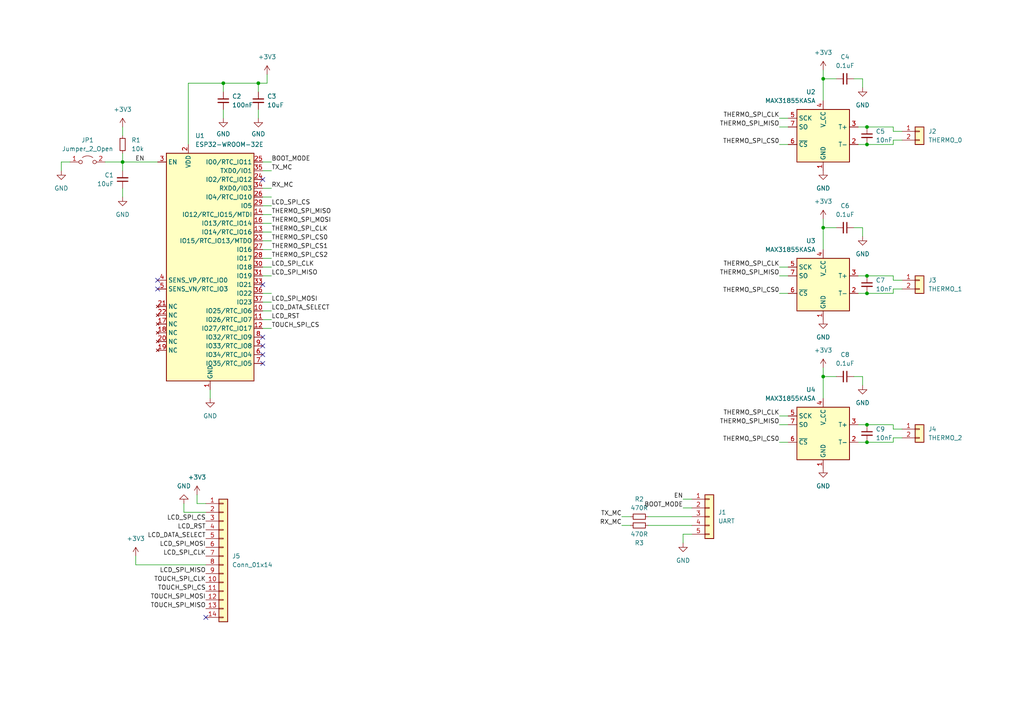
<source format=kicad_sch>
(kicad_sch (version 20230121) (generator eeschema)
  (paper "A4")
  (lib_symbols
    (symbol "+3V3_1" (power) (pin_names (offset 0))
      (property "Value" "+3V3_1" (at 0 3.556 0))
      (symbol "+3V3_1_0_1"
        (polyline (pts (xy -0.762 1.27) (xy 0 2.54)))
        (polyline (pts (xy 0 0) (xy 0 2.54)))
        (polyline (pts (xy 0 2.54) (xy 0.762 1.27)))
      )
      (symbol "+3V3_1_1_1"
        (pin power_in line (at 0 0 90) (length 0) hide (name "+3V3") (number "1"))
      )
    )
    (symbol "+3V3_2" (power) (pin_names (offset 0))
      (property "Value" "+3V3_2" (at 0 3.556 0))
      (symbol "+3V3_2_0_1"
        (polyline (pts (xy -0.762 1.27) (xy 0 2.54)))
        (polyline (pts (xy 0 0) (xy 0 2.54)))
        (polyline (pts (xy 0 2.54) (xy 0.762 1.27)))
      )
      (symbol "+3V3_2_1_1"
        (pin power_in line (at 0 0 90) (length 0) hide (name "+3V3") (number "1"))
      )
    )
    (symbol "+3V3_3" (power) (pin_names (offset 0))
      (property "Value" "+3V3_3" (at 0 3.556 0))
      (symbol "+3V3_3_0_1"
        (polyline (pts (xy -0.762 1.27) (xy 0 2.54)))
        (polyline (pts (xy 0 0) (xy 0 2.54)))
        (polyline (pts (xy 0 2.54) (xy 0.762 1.27)))
      )
      (symbol "+3V3_3_1_1"
        (pin power_in line (at 0 0 90) (length 0) hide (name "+3V3") (number "1"))
      )
    )
    (symbol "Connector_Generic:Conn_01x02" (pin_names (offset 1.016) hide)
      (property "Reference" "J" (at 0 2.54 0))
      (property "Value" "Conn_01x02" (at 0 -5.08 0))
      (symbol "Conn_01x02_1_1"
        (rectangle (start -1.27 -2.413) (end 0 -2.667) (stroke (width 0.1524)))
        (rectangle (start -1.27 0.127) (end 0 -0.127) (stroke (width 0.1524)))
        (rectangle (start -1.27 1.27) (end 1.27 -3.81) (stroke (width 0.254)) (fill (type background)))
        (pin passive line (at -5.08 0 0) (length 3.81) (name "Pin_1") (number "1"))
        (pin passive line (at -5.08 -2.54 0) (length 3.81) (name "Pin_2") (number "2"))
      )
    )
    (symbol "Connector_Generic:Conn_01x05" (pin_names (offset 1.016) hide)
      (property "Reference" "J" (at 0 7.62 0))
      (property "Value" "Conn_01x05" (at 0 -7.62 0))
      (symbol "Conn_01x05_1_1"
        (rectangle (start -1.27 -4.953) (end 0 -5.207) (stroke (width 0.1524)))
        (rectangle (start -1.27 -2.413) (end 0 -2.667) (stroke (width 0.1524)))
        (rectangle (start -1.27 0.127) (end 0 -0.127) (stroke (width 0.1524)))
        (rectangle (start -1.27 2.667) (end 0 2.413) (stroke (width 0.1524)))
        (rectangle (start -1.27 5.207) (end 0 4.953) (stroke (width 0.1524)))
        (rectangle (start -1.27 6.35) (end 1.27 -6.35) (stroke (width 0.254)) (fill (type background)))
        (pin passive line (at -5.08 5.08 0) (length 3.81) (name "Pin_1") (number "1"))
        (pin passive line (at -5.08 2.54 0) (length 3.81) (name "Pin_2") (number "2"))
        (pin passive line (at -5.08 0 0) (length 3.81) (name "Pin_3") (number "3"))
        (pin passive line (at -5.08 -2.54 0) (length 3.81) (name "Pin_4") (number "4"))
        (pin passive line (at -5.08 -5.08 0) (length 3.81) (name "Pin_5") (number "5"))
      )
    )
    (symbol "Connector_Generic:Conn_01x14" (pin_names (offset 1.016) hide)
      (property "Reference" "J" (at 0 17.78 0))
      (property "Value" "Conn_01x14" (at 0 -20.32 0))
      (symbol "Conn_01x14_1_1"
        (rectangle (start -1.27 -17.653) (end 0 -17.907) (stroke (width 0.1524)))
        (rectangle (start -1.27 -15.113) (end 0 -15.367) (stroke (width 0.1524)))
        (rectangle (start -1.27 -12.573) (end 0 -12.827) (stroke (width 0.1524)))
        (rectangle (start -1.27 -10.033) (end 0 -10.287) (stroke (width 0.1524)))
        (rectangle (start -1.27 -7.493) (end 0 -7.747) (stroke (width 0.1524)))
        (rectangle (start -1.27 -4.953) (end 0 -5.207) (stroke (width 0.1524)))
        (rectangle (start -1.27 -2.413) (end 0 -2.667) (stroke (width 0.1524)))
        (rectangle (start -1.27 0.127) (end 0 -0.127) (stroke (width 0.1524)))
        (rectangle (start -1.27 2.667) (end 0 2.413) (stroke (width 0.1524)))
        (rectangle (start -1.27 5.207) (end 0 4.953) (stroke (width 0.1524)))
        (rectangle (start -1.27 7.747) (end 0 7.493) (stroke (width 0.1524)))
        (rectangle (start -1.27 10.287) (end 0 10.033) (stroke (width 0.1524)))
        (rectangle (start -1.27 12.827) (end 0 12.573) (stroke (width 0.1524)))
        (rectangle (start -1.27 15.367) (end 0 15.113) (stroke (width 0.1524)))
        (rectangle (start -1.27 16.51) (end 1.27 -19.05) (stroke (width 0.254)) (fill (type background)))
        (pin passive line (at -5.08 15.24 0) (length 3.81) (name "Pin_1") (number "1"))
        (pin passive line (at -5.08 -7.62 0) (length 3.81) (name "Pin_10") (number "10"))
        (pin passive line (at -5.08 -10.16 0) (length 3.81) (name "Pin_11") (number "11"))
        (pin passive line (at -5.08 -12.7 0) (length 3.81) (name "Pin_12") (number "12"))
        (pin passive line (at -5.08 -15.24 0) (length 3.81) (name "Pin_13") (number "13"))
        (pin passive line (at -5.08 -17.78 0) (length 3.81) (name "Pin_14") (number "14"))
        (pin passive line (at -5.08 12.7 0) (length 3.81) (name "Pin_2") (number "2"))
        (pin passive line (at -5.08 10.16 0) (length 3.81) (name "Pin_3") (number "3"))
        (pin passive line (at -5.08 7.62 0) (length 3.81) (name "Pin_4") (number "4"))
        (pin passive line (at -5.08 5.08 0) (length 3.81) (name "Pin_5") (number "5"))
        (pin passive line (at -5.08 2.54 0) (length 3.81) (name "Pin_6") (number "6"))
        (pin passive line (at -5.08 0 0) (length 3.81) (name "Pin_7") (number "7"))
        (pin passive line (at -5.08 -2.54 0) (length 3.81) (name "Pin_8") (number "8"))
        (pin passive line (at -5.08 -5.08 0) (length 3.81) (name "Pin_9") (number "9"))
      )
    )
    (symbol "Device:C_Small" (pin_numbers hide) (pin_names (offset 0.254) hide)
      (property "Reference" "C" (at 0.254 1.778 0))
      (property "Value" "C_Small" (at 0.254 -2.032 0))
      (symbol "C_Small_0_1"
        (polyline (pts (xy -1.524 -0.508) (xy 1.524 -0.508)) (stroke (width 0.3302)))
        (polyline (pts (xy -1.524 0.508) (xy 1.524 0.508)) (stroke (width 0.3048)))
      )
      (symbol "C_Small_1_1"
        (pin passive line (at 0 2.54 270) (length 2.032) (name "~") (number "1"))
        (pin passive line (at 0 -2.54 90) (length 2.032) (name "~") (number "2"))
      )
    )
    (symbol "Device:R_Small" (pin_numbers hide) (pin_names (offset 0.254) hide)
      (property "Reference" "R" (at 0.762 0.508 0))
      (property "Value" "R_Small" (at 0.762 -1.016 0))
      (symbol "R_Small_0_1"
        (rectangle (start -0.762 1.778) (end 0.762 -1.778) (stroke (width 0.2032)))
      )
      (symbol "R_Small_1_1"
        (pin passive line (at 0 2.54 270) (length 0.762) (name "~") (number "1"))
        (pin passive line (at 0 -2.54 90) (length 0.762) (name "~") (number "2"))
      )
    )
    (symbol "GND_1" (power) (pin_names (offset 0))
      (property "Value" "GND_1" (at 0 -3.81 0))
      (symbol "GND_1_0_1"
        (polyline (pts (xy 0 0) (xy 0 -1.27) (xy 1.27 -1.27) (xy 0 -2.54) (xy -1.27 -1.27) (xy 0 -1.27)))
      )
      (symbol "GND_1_1_1"
        (pin power_in line (at 0 0 270) (length 0) hide (name "GND") (number "1"))
      )
    )
    (symbol "GND_2" (power) (pin_names (offset 0))
      (property "Value" "GND_2" (at 0 -3.81 0))
      (symbol "GND_2_0_1"
        (polyline (pts (xy 0 0) (xy 0 -1.27) (xy 1.27 -1.27) (xy 0 -2.54) (xy -1.27 -1.27) (xy 0 -1.27)))
      )
      (symbol "GND_2_1_1"
        (pin power_in line (at 0 0 270) (length 0) hide (name "GND") (number "1"))
      )
    )
    (symbol "GND_3" (power) (pin_names (offset 0))
      (property "Value" "GND_3" (at 0 -3.81 0))
      (symbol "GND_3_0_1"
        (polyline (pts (xy 0 0) (xy 0 -1.27) (xy 1.27 -1.27) (xy 0 -2.54) (xy -1.27 -1.27) (xy 0 -1.27)))
      )
      (symbol "GND_3_1_1"
        (pin power_in line (at 0 0 270) (length 0) hide (name "GND") (number "1"))
      )
    )
    (symbol "Jumper:Jumper_2_Open" (pin_names (offset 0) hide)
      (property "Reference" "JP" (at 0 2.794 0))
      (property "Value" "Jumper_2_Open" (at 0 -2.286 0))
      (symbol "Jumper_2_Open_0_0"
        (circle (center -2.032 0) (radius 0.508))
        (circle (center 2.032 0) (radius 0.508))
      )
      (symbol "Jumper_2_Open_0_1"
        (arc (start 1.524 1.27) (mid 0 1.778) (end -1.524 1.27))
      )
      (symbol "Jumper_2_Open_1_1"
        (pin passive line (at -5.08 0 0) (length 2.54) (name "A") (number "1"))
        (pin passive line (at 5.08 0 180) (length 2.54) (name "B") (number "2"))
      )
    )
    (symbol "Sensor_Temperature:MAX31855KASA"
      (property "Reference" "U" (at -7.62 8.89 0))
      (property "Value" "MAX31855KASA" (at 1.27 8.89 0))
      (symbol "MAX31855KASA_0_1"
        (rectangle (start -7.62 7.62) (end 7.62 -7.62) (stroke (width 0.254)) (fill (type background)))
      )
      (symbol "MAX31855KASA_1_1"
        (pin power_in line (at 0 -10.16 90) (length 2.54) (name "GND") (number "1"))
        (pin passive line (at -10.16 -2.54 0) (length 2.54) (name "T-") (number "2"))
        (pin passive line (at -10.16 2.54 0) (length 2.54) (name "T+") (number "3"))
        (pin power_in line (at 0 10.16 270) (length 2.54) (name "V_CC") (number "4"))
        (pin input line (at 10.16 5.08 180) (length 2.54) (name "SCK") (number "5"))
        (pin input line (at 10.16 -2.54 180) (length 2.54) (name "~{CS}") (number "6"))
        (pin tri_state line (at 10.16 2.54 180) (length 2.54) (name "SO") (number "7"))
      )
    )
    (symbol "custom:ESP32-WROOM-32E"
      (property "Reference" "U" (at -12.7 34.29 0))
      (property "Value" "ESP32-WROOM-32E" (at 1.27 34.29 0))
      (symbol "ESP32-WROOM-32E_0_1"
        (rectangle (start -12.7 33.02) (end 12.7 -33.02) (stroke (width 0.254)) (fill (type background)))
      )
      (symbol "ESP32-WROOM-32E_1_1"
        (pin power_in line (at 0 -35.56 90) (length 2.54) (name "GND") (number "1"))
        (pin bidirectional line (at 15.24 -12.7 180) (length 2.54) (name "IO25/RTC_IO6") (number "10"))
        (pin bidirectional line (at 15.24 -15.24 180) (length 2.54) (name "IO26/RTC_IO7") (number "11"))
        (pin bidirectional line (at 15.24 -17.78 180) (length 2.54) (name "IO27/RTC_IO17") (number "12"))
        (pin bidirectional line (at 15.24 10.16 180) (length 2.54) (name "IO14/RTC_IO16") (number "13"))
        (pin bidirectional line (at 15.24 15.24 180) (length 2.54) (name "IO12/RTC_IO15/MTDI") (number "14"))
        (pin passive line (at 0 -35.56 90) (length 2.54) hide (name "GND") (number "15"))
        (pin bidirectional line (at 15.24 12.7 180) (length 2.54) (name "IO13/RTC_IO14") (number "16"))
        (pin no_connect line (at -15.24 -16.51 0) (length 2.54) (name "NC") (number "17"))
        (pin no_connect line (at -15.24 -19.05 0) (length 2.54) (name "NC") (number "18"))
        (pin no_connect line (at -15.24 -24.13 0) (length 2.54) (name "NC") (number "19"))
        (pin power_in line (at -6.35 35.56 270) (length 2.54) (name "VDD") (number "2"))
        (pin no_connect line (at -15.24 -21.59 0) (length 2.54) (name "NC") (number "20"))
        (pin no_connect line (at -15.24 -11.43 0) (length 2.54) (name "NC") (number "21"))
        (pin no_connect line (at -15.24 -13.97 0) (length 2.54) (name "NC") (number "22"))
        (pin bidirectional line (at 15.24 7.62 180) (length 2.54) (name "IO15/RTC_IO13/MTDO") (number "23"))
        (pin bidirectional line (at 15.24 25.4 180) (length 2.54) (name "IO2/RTC_IO12") (number "24"))
        (pin bidirectional line (at 15.24 30.48 180) (length 2.54) (name "IO0/RTC_IO11") (number "25"))
        (pin bidirectional line (at 15.24 20.32 180) (length 2.54) (name "IO4/RTC_IO10") (number "26"))
        (pin bidirectional line (at 15.24 5.08 180) (length 2.54) (name "IO16") (number "27"))
        (pin bidirectional line (at 15.24 2.54 180) (length 2.54) (name "IO17") (number "28"))
        (pin bidirectional line (at 15.24 17.78 180) (length 2.54) (name "IO5") (number "29"))
        (pin input line (at -15.24 30.48 0) (length 2.54) (name "EN") (number "3"))
        (pin bidirectional line (at 15.24 0 180) (length 2.54) (name "IO18") (number "30"))
        (pin bidirectional line (at 15.24 -2.54 180) (length 2.54) (name "IO19") (number "31"))
        (pin no_connect line (at -12.7 -27.94 0) (length 2.54) hide (name "NC") (number "32"))
        (pin bidirectional line (at 15.24 -5.08 180) (length 2.54) (name "IO21") (number "33"))
        (pin bidirectional line (at 15.24 22.86 180) (length 2.54) (name "RXD0/IO3") (number "34"))
        (pin bidirectional line (at 15.24 27.94 180) (length 2.54) (name "TXD0/IO1") (number "35"))
        (pin bidirectional line (at 15.24 -7.62 180) (length 2.54) (name "IO22") (number "36"))
        (pin bidirectional line (at 15.24 -10.16 180) (length 2.54) (name "IO23") (number "37"))
        (pin passive line (at 0 -35.56 90) (length 2.54) hide (name "GND") (number "38"))
        (pin passive line (at 0 -35.56 90) (length 2.54) hide (name "GND") (number "39"))
        (pin input line (at -15.24 -3.81 0) (length 2.54) (name "SENS_VP/RTC_IO0") (number "4"))
        (pin input line (at -15.24 -6.35 0) (length 2.54) (name "SENS_VN/RTC_IO3") (number "5"))
        (pin input line (at 15.24 -25.4 180) (length 2.54) (name "IO34/RTC_IO4") (number "6"))
        (pin input line (at 15.24 -27.94 180) (length 2.54) (name "IO35/RTC_IO5") (number "7"))
        (pin bidirectional line (at 15.24 -20.32 180) (length 2.54) (name "IO32/RTC_IO9") (number "8"))
        (pin bidirectional line (at 15.24 -22.86 180) (length 2.54) (name "IO33/RTC_IO8") (number "9"))
      )
    )
    (symbol "power:+3V3" (power) (pin_names (offset 0))
      (property "Value" "+3V3" (at 0 3.556 0))
      (symbol "+3V3_0_1"
        (polyline (pts (xy -0.762 1.27) (xy 0 2.54)))
        (polyline (pts (xy 0 0) (xy 0 2.54)))
        (polyline (pts (xy 0 2.54) (xy 0.762 1.27)))
      )
      (symbol "+3V3_1_1"
        (pin power_in line (at 0 0 90) (length 0) hide (name "+3V3") (number "1"))
      )
    )
    (symbol "power:GND" (power) (pin_names (offset 0))
      (property "Value" "GND" (at 0 -3.81 0))
      (symbol "GND_0_1"
        (polyline (pts (xy 0 0) (xy 0 -1.27) (xy 1.27 -1.27) (xy 0 -2.54) (xy -1.27 -1.27) (xy 0 -1.27)))
      )
      (symbol "GND_1_1"
        (pin power_in line (at 0 0 270) (length 0) hide (name "GND") (number "1"))
      )
    )
  )
  (junction (at 251.46 85.09))
  (junction (at 251.46 36.83))
  (junction (at 35.56 46.99))
  (junction (at 251.46 41.91))
  (junction (at 238.76 66.04))
  (junction (at 251.46 128.27))
  (junction (at 251.46 80.01))
  (junction (at 74.93 24.13))
  (junction (at 238.76 22.86))
  (junction (at 238.76 109.22))
  (junction (at 64.77 24.13))
  (junction (at 251.46 123.19))
  (no_connect (at 45.72 83.82))
  (no_connect (at 76.2 97.79))
  (no_connect (at 76.2 52.07))
  (no_connect (at 76.2 102.87))
  (no_connect (at 76.2 105.41))
  (no_connect (at 45.72 81.28))
  (no_connect (at 59.69 179.07))
  (no_connect (at 76.2 100.33))
  (no_connect (at 76.2 82.55))
  (wire (pts (xy 57.15 146.05) (xy 57.15 143.51)))
  (wire (pts (xy 39.37 161.29) (xy 39.37 163.83)))
  (wire (pts (xy 76.2 95.25) (xy 78.74 95.25)))
  (wire (pts (xy 238.76 72.39) (xy 238.76 66.04)))
  (wire (pts (xy 180.34 149.86) (xy 182.88 149.86)))
  (wire (pts (xy 76.2 92.71) (xy 78.74 92.71)))
  (wire (pts (xy 250.19 109.22) (xy 247.65 109.22)))
  (wire (pts (xy 76.2 46.99) (xy 78.74 46.99)))
  (wire (pts (xy 76.2 64.77) (xy 78.74 64.77)))
  (wire (pts (xy 35.56 46.99) (xy 35.56 49.53)))
  (wire (pts (xy 248.92 80.01) (xy 251.46 80.01)))
  (wire (pts (xy 54.61 41.91) (xy 54.61 24.13)))
  (wire (pts (xy 35.56 36.83) (xy 35.56 39.37)))
  (wire (pts (xy 20.32 46.99) (xy 17.78 46.99)))
  (wire (pts (xy 198.12 144.78) (xy 200.66 144.78)))
  (wire (pts (xy 261.62 127) (xy 259.08 127)))
  (wire (pts (xy 238.76 115.57) (xy 238.76 109.22)))
  (wire (pts (xy 187.96 149.86) (xy 200.66 149.86)))
  (wire (pts (xy 76.2 90.17) (xy 78.74 90.17)))
  (wire (pts (xy 261.62 81.28) (xy 259.08 81.28)))
  (wire (pts (xy 74.93 26.67) (xy 74.93 24.13)))
  (wire (pts (xy 250.19 22.86) (xy 247.65 22.86)))
  (wire (pts (xy 76.2 69.85) (xy 78.74 69.85)))
  (wire (pts (xy 64.77 26.67) (xy 64.77 24.13)))
  (wire (pts (xy 76.2 67.31) (xy 78.74 67.31)))
  (wire (pts (xy 59.69 148.59) (xy 53.34 148.59)))
  (wire (pts (xy 76.2 72.39) (xy 78.74 72.39)))
  (wire (pts (xy 76.2 59.69) (xy 78.74 59.69)))
  (wire (pts (xy 250.19 111.76) (xy 250.19 109.22)))
  (wire (pts (xy 261.62 124.46) (xy 259.08 124.46)))
  (wire (pts (xy 238.76 20.32) (xy 238.76 22.86)))
  (wire (pts (xy 76.2 77.47) (xy 78.74 77.47)))
  (wire (pts (xy 248.92 36.83) (xy 251.46 36.83)))
  (wire (pts (xy 248.92 85.09) (xy 251.46 85.09)))
  (wire (pts (xy 198.12 154.94) (xy 200.66 154.94)))
  (wire (pts (xy 35.56 54.61) (xy 35.56 57.15)))
  (wire (pts (xy 251.46 128.27) (xy 259.08 128.27)))
  (wire (pts (xy 76.2 49.53) (xy 78.74 49.53)))
  (wire (pts (xy 238.76 66.04) (xy 242.57 66.04)))
  (wire (pts (xy 251.46 41.91) (xy 259.08 41.91)))
  (wire (pts (xy 261.62 83.82) (xy 259.08 83.82)))
  (wire (pts (xy 226.06 123.19) (xy 228.6 123.19)))
  (wire (pts (xy 259.08 38.1) (xy 259.08 36.83)))
  (wire (pts (xy 261.62 40.64) (xy 259.08 40.64)))
  (wire (pts (xy 54.61 24.13) (xy 64.77 24.13)))
  (wire (pts (xy 77.47 21.59) (xy 77.47 24.13)))
  (wire (pts (xy 39.37 163.83) (xy 59.69 163.83)))
  (wire (pts (xy 198.12 157.48) (xy 198.12 154.94)))
  (wire (pts (xy 238.76 106.68) (xy 238.76 109.22)))
  (wire (pts (xy 226.06 128.27) (xy 228.6 128.27)))
  (wire (pts (xy 238.76 22.86) (xy 242.57 22.86)))
  (wire (pts (xy 226.06 85.09) (xy 228.6 85.09)))
  (wire (pts (xy 259.08 81.28) (xy 259.08 80.01)))
  (wire (pts (xy 261.62 38.1) (xy 259.08 38.1)))
  (wire (pts (xy 76.2 85.09) (xy 78.74 85.09)))
  (wire (pts (xy 251.46 85.09) (xy 259.08 85.09)))
  (wire (pts (xy 45.72 46.99) (xy 35.56 46.99)))
  (wire (pts (xy 226.06 120.65) (xy 228.6 120.65)))
  (wire (pts (xy 17.78 46.99) (xy 17.78 49.53)))
  (wire (pts (xy 76.2 54.61) (xy 78.74 54.61)))
  (wire (pts (xy 74.93 24.13) (xy 77.47 24.13)))
  (wire (pts (xy 226.06 41.91) (xy 228.6 41.91)))
  (wire (pts (xy 226.06 36.83) (xy 228.6 36.83)))
  (wire (pts (xy 259.08 40.64) (xy 259.08 41.91)))
  (wire (pts (xy 259.08 83.82) (xy 259.08 85.09)))
  (wire (pts (xy 248.92 123.19) (xy 251.46 123.19)))
  (wire (pts (xy 76.2 57.15) (xy 78.74 57.15)))
  (wire (pts (xy 74.93 31.75) (xy 74.93 34.29)))
  (wire (pts (xy 76.2 62.23) (xy 78.74 62.23)))
  (wire (pts (xy 259.08 127) (xy 259.08 128.27)))
  (wire (pts (xy 226.06 80.01) (xy 228.6 80.01)))
  (wire (pts (xy 35.56 46.99) (xy 35.56 44.45)))
  (wire (pts (xy 250.19 66.04) (xy 247.65 66.04)))
  (wire (pts (xy 250.19 68.58) (xy 250.19 66.04)))
  (wire (pts (xy 198.12 147.32) (xy 200.66 147.32)))
  (wire (pts (xy 187.96 152.4) (xy 200.66 152.4)))
  (wire (pts (xy 60.96 113.03) (xy 60.96 115.57)))
  (wire (pts (xy 238.76 63.5) (xy 238.76 66.04)))
  (wire (pts (xy 53.34 146.05) (xy 53.34 148.59)))
  (wire (pts (xy 259.08 123.19) (xy 251.46 123.19)))
  (wire (pts (xy 64.77 31.75) (xy 64.77 34.29)))
  (wire (pts (xy 180.34 152.4) (xy 182.88 152.4)))
  (wire (pts (xy 248.92 41.91) (xy 251.46 41.91)))
  (wire (pts (xy 259.08 124.46) (xy 259.08 123.19)))
  (wire (pts (xy 76.2 74.93) (xy 78.74 74.93)))
  (wire (pts (xy 64.77 24.13) (xy 74.93 24.13)))
  (wire (pts (xy 238.76 109.22) (xy 242.57 109.22)))
  (wire (pts (xy 30.48 46.99) (xy 35.56 46.99)))
  (wire (pts (xy 259.08 80.01) (xy 251.46 80.01)))
  (wire (pts (xy 250.19 25.4) (xy 250.19 22.86)))
  (wire (pts (xy 226.06 77.47) (xy 228.6 77.47)))
  (wire (pts (xy 59.69 146.05) (xy 57.15 146.05)))
  (wire (pts (xy 226.06 34.29) (xy 228.6 34.29)))
  (wire (pts (xy 238.76 29.21) (xy 238.76 22.86)))
  (wire (pts (xy 248.92 128.27) (xy 251.46 128.27)))
  (wire (pts (xy 76.2 87.63) (xy 78.74 87.63)))
  (wire (pts (xy 76.2 80.01) (xy 78.74 80.01)))
  (wire (pts (xy 259.08 36.83) (xy 251.46 36.83)))
  (label "LCD_SPI_MISO" (at 78.74 80.01 0))
  (label "EN" (at 198.12 144.78 180))
  (label "RX_MC" (at 180.34 152.4 180))
  (label "TOUCH_SPI_CS" (at 59.69 171.45 180))
  (label "THERMO_SPI_CLK" (at 226.06 34.29 180))
  (label "BOOT_MODE" (at 198.12 147.32 180))
  (label "EN" (at 41.91 46.99 180))
  (label "LCD_DATA_SELECT" (at 78.74 90.17 0))
  (label "LCD_SPI_CS" (at 78.74 59.69 0))
  (label "THERMO_SPI_CLK" (at 226.06 77.47 180))
  (label "THERMO_SPI_CS1" (at 78.74 72.39 0))
  (label "TX_MC" (at 78.74 49.53 0))
  (label "LCD_RST" (at 59.69 153.67 180))
  (label "TOUCH_SPI_MOSI" (at 59.69 173.99 180))
  (label "BOOT_MODE" (at 78.74 46.99 0))
  (label "LCD_SPI_CLK" (at 78.74 77.47 0))
  (label "TX_MC" (at 180.34 149.86 180))
  (label "THERMO_SPI_MISO" (at 226.06 80.01 180))
  (label "THERMO_SPI_CS0" (at 226.06 85.09 180))
  (label "LCD_SPI_MOSI" (at 59.69 158.75 180))
  (label "LCD_RST" (at 78.74 92.71 0))
  (label "THERMO_SPI_CLK" (at 78.74 67.31 0))
  (label "THERMO_SPI_CS0" (at 226.06 128.27 180))
  (label "THERMO_SPI_CS0" (at 78.74 69.85 0))
  (label "THERMO_SPI_MISO" (at 226.06 123.19 180))
  (label "TOUCH_SPI_CLK" (at 59.69 168.91 180))
  (label "LCD_SPI_MISO" (at 59.69 166.37 180))
  (label "LCD_SPI_MOSI" (at 78.74 87.63 0))
  (label "THERMO_SPI_CLK" (at 226.06 120.65 180))
  (label "LCD_SPI_CLK" (at 59.69 161.29 180))
  (label "THERMO_SPI_MOSI" (at 78.74 64.77 0))
  (label "THERMO_SPI_CS0" (at 226.06 41.91 180))
  (label "THERMO_SPI_MISO" (at 226.06 36.83 180))
  (label "LCD_SPI_CS" (at 59.69 151.13 180))
  (label "LCD_DATA_SELECT" (at 59.69 156.21 180))
  (label "RX_MC" (at 78.74 54.61 0))
  (label "TOUCH_SPI_MISO" (at 59.69 176.53 180))
  (label "THERMO_SPI_MISO" (at 78.74 62.23 0))
  (label "TOUCH_SPI_CS" (at 78.74 95.25 0))
  (label "THERMO_SPI_CS2" (at 78.74 74.93 0))
  (symbol (lib_id "Connector_Generic:Conn_01x02") (at 266.7 81.28 0) (unit 1)
    (property "Reference" "J3" (at 269.24 81.28 0) (effects (justify left)))
    (property "Value" "THERMO_1" (at 269.24 83.82 0) (effects (justify left)))
  )
  (symbol (lib_id "power:GND") (at 64.77 34.29 0) (unit 1)
    (property "Reference" "#PWR05" (effects hide))
    (property "Value" "GND" (at 64.77 38.8525 0))
  )
  (symbol (lib_id "Device:C_Small") (at 251.46 82.55 0) (unit 1)
    (property "Reference" "C7" (at 254 81.2863 0) (effects (justify left)))
    (property "Value" "10nF" (at 254 83.8263 0) (effects (justify left)))
  )
  (symbol (lib_id "power:+3V3") (at 35.56 36.83 0) (unit 1)
    (property "Reference" "#PWR02" (effects hide))
    (property "Value" "+3V3" (at 35.56 31.75 0))
  )
  (symbol (lib_id "Device:C_Small") (at 245.11 22.86 270) (unit 1)
    (property "Reference" "C4" (at 245.1036 16.51 90))
    (property "Value" "0.1uF" (at 245.1036 19.05 90))
  )
  (symbol (lib_name "+3V3_2") (lib_id "power:+3V3") (at 57.15 143.51 0) (unit 1)
    (property "Reference" "#PWR018" (effects hide))
    (property "Value" "+3V3" (at 57.15 138.43 0))
  )
  (symbol (lib_id "Jumper:Jumper_2_Open") (at 25.4 46.99 0) (unit 1)
    (property "Reference" "JP1" (at 25.4 40.64 0))
    (property "Value" "Jumper_2_Open" (at 25.4 43.18 0))
    (property "Footprint" "Connector_PinHeader_2.54mm:PinHeader_1x02_P2.54mm_Vertical" (effects hide))
  )
  (symbol (lib_id "Device:C_Small") (at 251.46 39.37 0) (unit 1)
    (property "Reference" "C5" (at 254 38.1063 0) (effects (justify left)))
    (property "Value" "10nF" (at 254 40.6463 0) (effects (justify left)))
  )
  (symbol (lib_name "+3V3_1") (lib_id "power:+3V3") (at 238.76 20.32 0) (unit 1)
    (property "Reference" "#PWR010" (effects hide))
    (property "Value" "+3V3" (at 238.76 15.24 0))
  )
  (symbol (lib_id "Connector_Generic:Conn_01x02") (at 266.7 124.46 0) (unit 1)
    (property "Reference" "J4" (at 269.24 124.46 0) (effects (justify left)))
    (property "Value" "THERMO_2" (at 269.24 127 0) (effects (justify left)))
  )
  (symbol (lib_id "Device:C_Small") (at 64.77 29.21 0) (mirror y) (unit 1)
    (property "Reference" "C2" (at 67.31 27.9462 0) (effects (justify right)))
    (property "Value" "100nF" (at 67.31 30.4862 0) (effects (justify right)))
    (property "Footprint" "Capacitor_SMD:C_0603_1608Metric" (effects hide))
  )
  (symbol (lib_id "Connector_Generic:Conn_01x05") (at 205.74 149.86 0) (unit 1)
    (property "Reference" "J1" (at 208.28 148.5899 0) (effects (justify left)))
    (property "Value" "UART" (at 208.28 151.1299 0) (effects (justify left)))
    (property "Footprint" "Connector_PinHeader_2.54mm:PinHeader_1x05_P2.54mm_Vertical" (effects hide))
  )
  (symbol (lib_id "Device:C_Small") (at 245.11 66.04 270) (unit 1)
    (property "Reference" "C6" (at 245.1036 59.69 90))
    (property "Value" "0.1uF" (at 245.1036 62.23 90))
  )
  (symbol (lib_id "power:GND") (at 35.56 57.15 0) (unit 1)
    (property "Reference" "#PWR03" (effects hide))
    (property "Value" "GND" (at 35.56 62.23 0))
  )
  (symbol (lib_id "Connector_Generic:Conn_01x02") (at 266.7 38.1 0) (unit 1)
    (property "Reference" "J2" (at 269.24 38.1 0) (effects (justify left)))
    (property "Value" "THERMO_0" (at 269.24 40.64 0) (effects (justify left)))
  )
  (symbol (lib_name "+3V3_1") (lib_id "power:+3V3") (at 238.76 63.5 0) (unit 1)
    (property "Reference" "#PWR012" (effects hide))
    (property "Value" "+3V3" (at 238.76 58.42 0))
  )
  (symbol (lib_id "power:GND") (at 74.93 34.29 0) (unit 1)
    (property "Reference" "#PWR06" (effects hide))
    (property "Value" "GND" (at 74.93 38.8525 0))
  )
  (symbol (lib_name "+3V3_1") (lib_id "power:+3V3") (at 238.76 106.68 0) (unit 1)
    (property "Reference" "#PWR015" (effects hide))
    (property "Value" "+3V3" (at 238.76 101.6 0))
  )
  (symbol (lib_id "Connector_Generic:Conn_01x14") (at 64.77 161.29 0) (unit 1)
    (property "Reference" "J5" (at 67.31 161.29 0) (effects (justify left)))
    (property "Value" "Conn_01x14" (at 67.31 163.83 0) (effects (justify left)))
  )
  (symbol (lib_id "Device:C_Small") (at 35.56 52.07 0) (mirror x) (unit 1)
    (property "Reference" "C1" (at 33.02 50.7935 0) (effects (justify right)))
    (property "Value" "10uF" (at 33.02 53.3335 0) (effects (justify right)))
    (property "Footprint" "Capacitor_SMD:C_0805_2012Metric" (effects hide))
  )
  (symbol (lib_name "GND_2") (lib_id "power:GND") (at 250.19 68.58 0) (unit 1)
    (property "Reference" "#PWR014" (effects hide))
    (property "Value" "GND" (at 250.19 73.66 0))
  )
  (symbol (lib_id "Sensor_Temperature:MAX31855KASA") (at 238.76 39.37 0) (mirror y) (unit 1)
    (property "Reference" "U2" (at 236.5659 26.67 0) (effects (justify left)))
    (property "Value" "MAX31855KASA" (at 236.5659 29.21 0) (effects (justify left)))
    (property "Footprint" "Package_SO:SOIC-8_3.9x4.9mm_P1.27mm" (effects hide))
    (property "Datasheet" "http://datasheets.maximintegrated.com/en/ds/MAX31855.pdf" (effects hide))
  )
  (symbol (lib_id "power:GND") (at 17.78 49.53 0) (unit 1)
    (property "Reference" "#PWR01" (effects hide))
    (property "Value" "GND" (at 17.78 54.61 0))
  )
  (symbol (lib_name "GND_1") (lib_id "power:GND") (at 238.76 92.71 0) (unit 1)
    (property "Reference" "#PWR013" (effects hide))
    (property "Value" "GND" (at 238.76 97.79 0))
  )
  (symbol (lib_id "Device:C_Small") (at 74.93 29.21 0) (mirror y) (unit 1)
    (property "Reference" "C3" (at 77.47 27.9462 0) (effects (justify right)))
    (property "Value" "10uF" (at 77.47 30.4862 0) (effects (justify right)))
    (property "Footprint" "Capacitor_SMD:C_0805_2012Metric" (effects hide))
  )
  (symbol (lib_id "power:GND") (at 198.12 157.48 0) (unit 1)
    (property "Reference" "#PWR08" (effects hide))
    (property "Value" "GND" (at 198.12 162.56 0))
  )
  (symbol (lib_name "GND_1") (lib_id "power:GND") (at 238.76 49.53 0) (unit 1)
    (property "Reference" "#PWR09" (effects hide))
    (property "Value" "GND" (at 238.76 54.61 0))
  )
  (symbol (lib_id "Device:R_Small") (at 185.42 149.86 90) (unit 1)
    (property "Reference" "R2" (at 185.42 144.78 90))
    (property "Value" "470R" (at 185.42 147.32 90))
    (property "Footprint" "Resistor_SMD:R_0603_1608Metric" (effects hide))
  )
  (symbol (lib_id "power:GND") (at 60.96 115.57 0) (unit 1)
    (property "Reference" "#PWR04" (effects hide))
    (property "Value" "GND" (at 60.96 120.65 0))
  )
  (symbol (lib_id "Device:R_Small") (at 35.56 41.91 0) (unit 1)
    (property "Reference" "R1" (at 38.1 40.6399 0) (effects (justify left)))
    (property "Value" "10k" (at 38.1 43.1799 0) (effects (justify left)))
    (property "Footprint" "Resistor_SMD:R_0603_1608Metric" (effects hide))
  )
  (symbol (lib_id "power:+3V3") (at 77.47 21.59 0) (unit 1)
    (property "Reference" "#PWR07" (effects hide))
    (property "Value" "+3V3" (at 77.47 16.51 0))
  )
  (symbol (lib_name "GND_2") (lib_id "power:GND") (at 250.19 111.76 0) (unit 1)
    (property "Reference" "#PWR017" (effects hide))
    (property "Value" "GND" (at 250.19 116.84 0))
  )
  (symbol (lib_name "GND_3") (lib_id "power:GND") (at 53.34 146.05 180) (unit 1)
    (property "Reference" "#PWR019" (effects hide))
    (property "Value" "GND" (at 53.34 140.97 0))
  )
  (symbol (lib_id "Device:C_Small") (at 245.11 109.22 270) (unit 1)
    (property "Reference" "C8" (at 245.1036 102.87 90))
    (property "Value" "0.1uF" (at 245.1036 105.41 90))
  )
  (symbol (lib_name "+3V3_3") (lib_id "power:+3V3") (at 39.37 161.29 0) (unit 1)
    (property "Reference" "#PWR020" (effects hide))
    (property "Value" "+3V3" (at 39.37 156.21 0))
  )
  (symbol (lib_name "GND_1") (lib_id "power:GND") (at 238.76 135.89 0) (unit 1)
    (property "Reference" "#PWR016" (effects hide))
    (property "Value" "GND" (at 238.76 140.97 0))
  )
  (symbol (lib_id "Device:R_Small") (at 185.42 152.4 90) (mirror x) (unit 1)
    (property "Reference" "R3" (at 185.42 157.48 90))
    (property "Value" "470R" (at 185.42 154.94 90))
    (property "Footprint" "Resistor_SMD:R_0603_1608Metric" (effects hide))
  )
  (symbol (lib_id "custom:ESP32-WROOM-32E") (at 60.96 77.47 0) (unit 1)
    (property "Reference" "U1" (at 56.6294 39.37 0) (effects (justify left)))
    (property "Value" "ESP32-WROOM-32E" (at 56.6294 41.91 0) (effects (justify left)))
    (property "Footprint" "Espressif:ESP32-WROOM-32E" (effects hide))
    (property "Datasheet" "https://www.espressif.com/sites/default/files/documentation/esp32-wroom-32_datasheet_en.pdf" (effects hide))
  )
  (symbol (lib_id "Sensor_Temperature:MAX31855KASA") (at 238.76 82.55 0) (mirror y) (unit 1)
    (property "Reference" "U3" (at 236.5659 69.85 0) (effects (justify left)))
    (property "Value" "MAX31855KASA" (at 236.5659 72.39 0) (effects (justify left)))
    (property "Footprint" "Package_SO:SOIC-8_3.9x4.9mm_P1.27mm" (effects hide))
    (property "Datasheet" "http://datasheets.maximintegrated.com/en/ds/MAX31855.pdf" (effects hide))
  )
  (symbol (lib_id "Sensor_Temperature:MAX31855KASA") (at 238.76 125.73 0) (mirror y) (unit 1)
    (property "Reference" "U4" (at 236.5659 113.03 0) (effects (justify left)))
    (property "Value" "MAX31855KASA" (at 236.5659 115.57 0) (effects (justify left)))
    (property "Footprint" "Package_SO:SOIC-8_3.9x4.9mm_P1.27mm" (effects hide))
    (property "Datasheet" "http://datasheets.maximintegrated.com/en/ds/MAX31855.pdf" (effects hide))
  )
  (symbol (lib_name "GND_2") (lib_id "power:GND") (at 250.19 25.4 0) (unit 1)
    (property "Reference" "#PWR011" (effects hide))
    (property "Value" "GND" (at 250.19 30.48 0))
  )
  (symbol (lib_id "Device:C_Small") (at 251.46 125.73 0) (unit 1)
    (property "Reference" "C9" (at 254 124.4663 0) (effects (justify left)))
    (property "Value" "10nF" (at 254 127.0063 0) (effects (justify left)))
  )
)
</source>
